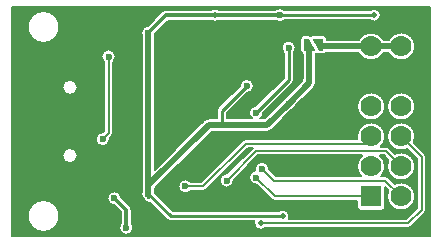
<source format=gbl>
G04 Layer: BottomLayer*
G04 EasyEDA Pro v2.1.49.573a4102.674264, 2024-02-29 22:23:28*
G04 Gerber Generator version 0.3*
G04 Scale: 100 percent, Rotated: No, Reflected: No*
G04 Dimensions in millimeters*
G04 Leading zeros omitted, absolute positions, 3 integers and 5 decimals*
%FSLAX35Y35*%
%MOMM*%
%AMPolygonMacro1*4,1,4,-0.46562,0.5,0.46562,0.5,0.46562,-0.5,0.10839,-0.5,-0.46562,0.5,0*%
%AMPolygonMacro2*4,1,4,0.46562,-0.5,-0.46562,-0.5,-0.46562,0.5,-0.10839,0.5,0.46562,-0.5,0*%
%ADD8191C,0.2032*%
%ADD10O,1.8X1.2*%
%ADD11O,2.0X1.2*%
%ADD12R,1.778X1.778*%
%ADD13C,1.778*%
%ADD14PolygonMacro1*%
%ADD15C,0.5294*%
%ADD16PolygonMacro2*%
%ADD17C,0.6*%
%ADD18C,0.5*%
%ADD19C,0.3*%
%ADD20C,0.15001*%
%ADD21C,0.25*%
G75*


G04 Copper Start*
G36*
G01X1969586Y969578D02*
G01X1969586Y-969586D01*
G01X-1569583D01*
G01Y968689D01*
G01X1969586Y969578D01*
G37*
%LPC*%
G36*
G01X482090Y-862507D02*
G03X537504Y-917921I55414J0D01*
G03X577917Y-900422I0J55414D01*
G01X1787493D01*
G03X1814303Y-889317I0J37915D01*
G01X1926810Y-776810D01*
G03X1937915Y-750000I-26810J26810D01*
G01Y-300003D01*
G03X1926810Y-273194I-37915J0D01*
G01X1833801Y-180185D01*
G03X1846311Y-127000I-106804J53185D01*
G03X1726997Y-7686I-119314J0D01*
G03X1607683Y-127000I0J-119314D01*
G03X1726997Y-246314I119314J0D01*
G03X1780182Y-233804I0J119314D01*
G01X1862085Y-315708D01*
G01Y-734295D01*
G01X1771788Y-824592D01*
G01X774667D01*
G03X780420Y-800007I-49661J24586D01*
G03X725006Y-744593I-55414J0D01*
G03X689947Y-757093I0J-55414D01*
G01X-207228D01*
G01X-352090Y-612231D01*
G03X-357089Y-588440I-60413J-274D01*
G01Y-564431D01*
G01X121928Y-85414D01*
G01X210000D01*
G01X594897D01*
G03X634081Y-69183I0J55414D01*
G01X796998Y93734D01*
G03X831199Y127833I-22000J56266D01*
G01X989191Y285825D01*
G03X1005422Y325009I-39184J39184D01*
G01Y325956D01*
G03X1010412Y349999I-55424J24043D01*
G03X1005422Y374042I-60414J0D01*
G01Y570408D01*
G03X1016209Y575335I-7000J29597D01*
G03X1033996Y569591I17787J24670D01*
G01X1069719D01*
G03X1092259Y579586I0J30414D01*
G01X1367332D01*
G03X1472997Y515686I105665J55414D01*
G03X1578662Y579586I0J119314D01*
G01X1621332D01*
G03X1726997Y515686I105665J55414D01*
G03X1846311Y635000I0J119314D01*
G03X1726997Y754314I-119314J0D01*
G03X1621332Y690414I0J-119314D01*
G01X1578662D01*
G03X1472997Y754314I-105665J-55414D01*
G03X1367332Y690414I0J-119314D01*
G01X1100133D01*
G01Y700005D01*
G03X1069719Y730419I-30414J0D01*
G01X976595D01*
G03X958807Y724675I0J-30414D01*
G03X941020Y730419I-17787J-24670D01*
G01X905297D01*
G03X874883Y700005I0J-30414D01*
G01Y600005D01*
G03X894594Y571537I30414J0D01*
G01Y374087D01*
G03X889584Y349999I55404J-24087D01*
G03X889954Y343323I60414J0D01*
G01X752832Y206200D01*
G03X718865Y172335I22167J-56200D01*
G01X571944Y25414D01*
G01X534511D01*
G03X560412Y74724I-34512J49586D01*
G01X805343Y319655D01*
G03X817912Y349999I-30345J30345D01*
G01Y582475D01*
G03X835412Y624999I-42914J42523D01*
G03X774998Y685413I-60414J0D01*
G03X714585Y624999I0J-60414D01*
G03X732085Y582475I60414J0D01*
G01Y367775D01*
G01X499723Y135413D01*
G03X439585Y75000I276J-60413D01*
G03X465487Y25414I60414J0D01*
G01X252914D01*
G01Y72225D01*
G01X420276Y239587D01*
G03X480414Y300000I-276J60413D01*
G03X420000Y360414I-60414J0D01*
G03X359587Y300276I0J-60414D01*
G01X179655Y120345D01*
G03X167086Y90000I30345J-30345D01*
G01Y25414D01*
G01X98975D01*
G03X59791Y9184I0J-55414D01*
G01X-357140Y-407748D01*
G01Y725824D01*
G03X-352217Y746090I-55363J24182D01*
G01X-243719Y854588D01*
G01X118244D01*
G03X150000Y844586I31756J45412D01*
G03X181756Y854588I0J55414D01*
G01X660156D01*
G03X700000Y839586I39844J45412D01*
G03X742523Y857086I0J60414D01*
G01X1464942D01*
G03X1500000Y844586I35058J42914D01*
G03X1555414Y900000I0J55414D01*
G03X1500000Y955414I-55414J0D01*
G03X1464942Y942914I0J-55414D01*
G01X742523D01*
G03X700000Y960414I-42523J-42914D01*
G03X660160Y945416I0J-60414D01*
G01X181751D01*
G03X150000Y955414I-31751J-45416D01*
G03X118249Y945416I0J-55414D01*
G01X-262530D01*
G03X-294642Y932114I0J-45414D01*
G01X-416467Y810290D01*
G03X-472917Y750006I3963J-60284D01*
G03X-467968Y726058I60414J0D01*
G01Y-588557D01*
G03X-472917Y-612505I55465J-23948D01*
G03X-447693Y-661613I60414J0D01*
G03X-439314Y-674305I35188J14118D01*
G01X-436809Y-676809D01*
G03X-410000Y-687914I26810J26810D01*
G03X-399321Y-686379I0J37915D01*
G01X-255349Y-830351D01*
G03X-225004Y-842920I30345J30345D01*
G01X485667D01*
G03X482090Y-862507I51837J-19587D01*
G37*
G36*
G01X1726997Y-754314D02*
G03X1846311Y-635000I0J119314D01*
G03X1726997Y-515686I-119314J0D01*
G03X1673812Y-528196I0J-119314D01*
G01X1618806Y-473190D01*
G03X1591997Y-462085I-26810J-26810D01*
G01X1560524D01*
G03X1592311Y-381000I-87527J81085D01*
G03X1547635Y-287915I-119314J0D01*
G01X1580292D01*
G01X1620192Y-327815D01*
G03X1607683Y-381000I106804J-53185D01*
G03X1726997Y-500314I119314J0D01*
G03X1846311Y-381000I0J119314D01*
G03X1726997Y-261686I-119314J0D01*
G03X1673812Y-274196I0J-119314D01*
G01X1622806Y-223190D01*
G03X1595997Y-212085I-26810J-26810D01*
G01X1556641D01*
G03X1592311Y-127000I-83644J85085D01*
G03X1472997Y-7686I-119314J0D01*
G03X1353683Y-127000I0J-119314D01*
G03X1355840Y-149587I119314J0D01*
G01X412499D01*
G03X385689Y-160692I0J-37915D01*
G01X34296Y-512084D01*
G01X-52964D01*
G03X-100000Y-489585I-47035J-37915D01*
G03X-160414Y-549999I0J-60414D01*
G03X-100000Y-610413I60414J0D01*
G03X-52964Y-587913I0J60414D01*
G01X50001D01*
G03X76811Y-576809I0J37915D01*
G01X428203Y-225416D01*
G01X470965D01*
G01X256449Y-439931D01*
G03X250000Y-439586I-6449J-60069D01*
G03X189586Y-500000I0J-60414D01*
G03X250000Y-560414I60414J0D01*
G03X310414Y-500000I0J60414D01*
G03X310069Y-493551I-60414J0D01*
G01X515705Y-287915D01*
G01X1398358D01*
G03X1353683Y-381000I74639J-93085D01*
G03X1385470Y-462085I119314J0D01*
G01X665705D01*
G01X610069Y-406449D01*
G03X610414Y-400000I-60069J6449D01*
G03X550000Y-339586I-60414J0D01*
G03X489586Y-400000I0J-60414D01*
G03X491525Y-415182I60414J0D01*
G03X439585Y-474999I8474J-59817D01*
G03X499999Y-535413I60414J0D01*
G03X506448Y-535068I0J60414D01*
G01X633190Y-661810D01*
G03X660000Y-672915I26810J26810D01*
G01X1353683D01*
G01Y-723900D01*
G03X1384097Y-754314I30414J0D01*
G01X1561897D01*
G03X1592311Y-723900I0J30414D01*
G01Y-553933D01*
G01X1620192Y-581815D01*
G03X1607683Y-635000I106804J-53185D01*
G03X1726997Y-754314I119314J0D01*
G37*
G36*
G01X-799998Y-210426D02*
G03X-739584Y-150012I0J60414D01*
G03X-739930Y-143552I-60414J0D01*
G01X-723203Y-126824D01*
G03X-712098Y-100015I-26810J26810D01*
G01Y502954D01*
G03X-689586Y550000I-37902J47046D01*
G03X-750000Y610414I-60414J0D01*
G03X-810414Y550000I0J-60414D01*
G03X-787927Y502975I60414J0D01*
G01Y-84310D01*
G01X-793560Y-89942D01*
G03X-799998Y-89598I-6438J-60070D01*
G03X-860412Y-150012I0J-60414D01*
G03X-799998Y-210426I60414J0D01*
G37*
G36*
G01X-600000Y-960414D02*
G03X-539586Y-900000I0J60414D01*
G03X-554586Y-860158I-60414J0D01*
G01Y-750011D01*
G03X-567888Y-717899I-45414J0D01*
G01X-639714Y-646072D01*
G03X-700000Y-589586I-60286J-3928D01*
G03X-760414Y-650000I0J-60414D01*
G03X-703952Y-710284I60414J0D01*
G01X-645414Y-768822D01*
G01Y-860158D01*
G03X-660414Y-900000I45414J-39842D01*
G03X-600000Y-960414I60414J0D01*
G37*
G36*
G01X-1435426Y-800007D02*
G03X-1300011Y-935422I135415J0D01*
G03X-1164596Y-800007I0J135415D01*
G03X-1300011Y-664592I-135415J0D01*
G03X-1435426Y-800007I0J-135415D01*
G37*
G36*
G01X-1435412Y799997D02*
G03X-1299997Y664582I135415J0D01*
G03X-1164582Y799997I0J135415D01*
G03X-1299997Y935412I-135415J0D01*
G03X-1435412Y799997I0J-135415D01*
G37*
G36*
G01X1726997Y7686D02*
G03X1846311Y127000I0J119314D01*
G03X1726997Y246314I-119314J0D01*
G03X1607683Y127000I0J-119314D01*
G03X1726997Y7686I119314J0D01*
G37*
G36*
G01X1353683Y127000D02*
G03X1472997Y7686I119314J0D01*
G03X1592311Y127000I0J119314D01*
G03X1472997Y246314I-119314J0D01*
G03X1353683Y127000I0J-119314D01*
G37*
G36*
G01X-1141917Y289001D02*
G03X-1076502Y223586I65415J0D01*
G03X-1011087Y289001I0J65415D01*
G03X-1076502Y354416I-65415J0D01*
G03X-1141917Y289001I0J-65415D01*
G37*
G36*
G01X-1076502Y-354416D02*
G03X-1011087Y-289001I0J65415D01*
G03X-1076502Y-223586I-65415J0D01*
G03X-1141917Y-289001I0J-65415D01*
G03X-1076502Y-354416I65415J0D01*
G37*
%LPD*%
G54D8191*
G01X1969586Y969578D02*
G01X1969586Y-969586D01*
G01X-1569583D01*
G01Y968689D01*
G01X1969586Y969578D01*
G01X482090Y-862507D02*
G03X537504Y-917921I55414J0D01*
G03X577917Y-900422I0J55414D01*
G01X1787493D01*
G03X1814303Y-889317I0J37915D01*
G01X1926810Y-776810D01*
G03X1937915Y-750000I-26810J26810D01*
G01Y-300003D01*
G03X1926810Y-273194I-37915J0D01*
G01X1833801Y-180185D01*
G03X1846311Y-127000I-106804J53185D01*
G03X1726997Y-7686I-119314J0D01*
G03X1607683Y-127000I0J-119314D01*
G03X1726997Y-246314I119314J0D01*
G03X1780182Y-233804I0J119314D01*
G01X1862085Y-315708D01*
G01Y-734295D01*
G01X1771788Y-824592D01*
G01X774667D01*
G03X780420Y-800007I-49661J24586D01*
G03X725006Y-744593I-55414J0D01*
G03X689947Y-757093I0J-55414D01*
G01X-207228D01*
G01X-352090Y-612231D01*
G03X-357089Y-588440I-60413J-274D01*
G01Y-564431D01*
G01X121928Y-85414D01*
G01X210000D01*
G01X594897D01*
G03X634081Y-69183I0J55414D01*
G01X796998Y93734D01*
G03X831199Y127833I-22000J56266D01*
G01X989191Y285825D01*
G03X1005422Y325009I-39184J39184D01*
G01Y325956D01*
G03X1010412Y349999I-55424J24043D01*
G03X1005422Y374042I-60414J0D01*
G01Y570408D01*
G03X1016209Y575335I-7000J29597D01*
G03X1033996Y569591I17787J24670D01*
G01X1069719D01*
G03X1092259Y579586I0J30414D01*
G01X1367332D01*
G03X1472997Y515686I105665J55414D01*
G03X1578662Y579586I0J119314D01*
G01X1621332D01*
G03X1726997Y515686I105665J55414D01*
G03X1846311Y635000I0J119314D01*
G03X1726997Y754314I-119314J0D01*
G03X1621332Y690414I0J-119314D01*
G01X1578662D01*
G03X1472997Y754314I-105665J-55414D01*
G03X1367332Y690414I0J-119314D01*
G01X1100133D01*
G01Y700005D01*
G03X1069719Y730419I-30414J0D01*
G01X976595D01*
G03X958807Y724675I0J-30414D01*
G03X941020Y730419I-17787J-24670D01*
G01X905297D01*
G03X874883Y700005I0J-30414D01*
G01Y600005D01*
G03X894594Y571537I30414J0D01*
G01Y374087D01*
G03X889584Y349999I55404J-24087D01*
G03X889954Y343323I60414J0D01*
G01X752832Y206200D01*
G03X718865Y172335I22167J-56200D01*
G01X571944Y25414D01*
G01X534511D01*
G03X560412Y74724I-34512J49586D01*
G01X805343Y319655D01*
G03X817912Y349999I-30345J30345D01*
G01Y582475D01*
G03X835412Y624999I-42914J42523D01*
G03X774998Y685413I-60414J0D01*
G03X714585Y624999I0J-60414D01*
G03X732085Y582475I60414J0D01*
G01Y367775D01*
G01X499723Y135413D01*
G03X439585Y75000I276J-60413D01*
G03X465487Y25414I60414J0D01*
G01X252914D01*
G01Y72225D01*
G01X420276Y239587D01*
G03X480414Y300000I-276J60413D01*
G03X420000Y360414I-60414J0D01*
G03X359587Y300276I0J-60414D01*
G01X179655Y120345D01*
G03X167086Y90000I30345J-30345D01*
G01Y25414D01*
G01X98975D01*
G03X59791Y9184I0J-55414D01*
G01X-357140Y-407748D01*
G01Y725824D01*
G03X-352217Y746090I-55363J24182D01*
G01X-243719Y854588D01*
G01X118244D01*
G03X150000Y844586I31756J45412D01*
G03X181756Y854588I0J55414D01*
G01X660156D01*
G03X700000Y839586I39844J45412D01*
G03X742523Y857086I0J60414D01*
G01X1464942D01*
G03X1500000Y844586I35058J42914D01*
G03X1555414Y900000I0J55414D01*
G03X1500000Y955414I-55414J0D01*
G03X1464942Y942914I0J-55414D01*
G01X742523D01*
G03X700000Y960414I-42523J-42914D01*
G03X660160Y945416I0J-60414D01*
G01X181751D01*
G03X150000Y955414I-31751J-45416D01*
G03X118249Y945416I0J-55414D01*
G01X-262530D01*
G03X-294642Y932114I0J-45414D01*
G01X-416467Y810290D01*
G03X-472917Y750006I3963J-60284D01*
G03X-467968Y726058I60414J0D01*
G01Y-588557D01*
G03X-472917Y-612505I55465J-23948D01*
G03X-447693Y-661613I60414J0D01*
G03X-439314Y-674305I35188J14118D01*
G01X-436809Y-676809D01*
G03X-410000Y-687914I26810J26810D01*
G03X-399321Y-686379I0J37915D01*
G01X-255349Y-830351D01*
G03X-225004Y-842920I30345J30345D01*
G01X485667D01*
G03X482090Y-862507I51837J-19587D01*
G01X1726997Y-754314D02*
G03X1846311Y-635000I0J119314D01*
G03X1726997Y-515686I-119314J0D01*
G03X1673812Y-528196I0J-119314D01*
G01X1618806Y-473190D01*
G03X1591997Y-462085I-26810J-26810D01*
G01X1560524D01*
G03X1592311Y-381000I-87527J81085D01*
G03X1547635Y-287915I-119314J0D01*
G01X1580292D01*
G01X1620192Y-327815D01*
G03X1607683Y-381000I106804J-53185D01*
G03X1726997Y-500314I119314J0D01*
G03X1846311Y-381000I0J119314D01*
G03X1726997Y-261686I-119314J0D01*
G03X1673812Y-274196I0J-119314D01*
G01X1622806Y-223190D01*
G03X1595997Y-212085I-26810J-26810D01*
G01X1556641D01*
G03X1592311Y-127000I-83644J85085D01*
G03X1472997Y-7686I-119314J0D01*
G03X1353683Y-127000I0J-119314D01*
G03X1355840Y-149587I119314J0D01*
G01X412499D01*
G03X385689Y-160692I0J-37915D01*
G01X34296Y-512084D01*
G01X-52964D01*
G03X-100000Y-489585I-47035J-37915D01*
G03X-160414Y-549999I0J-60414D01*
G03X-100000Y-610413I60414J0D01*
G03X-52964Y-587913I0J60414D01*
G01X50001D01*
G03X76811Y-576809I0J37915D01*
G01X428203Y-225416D01*
G01X470965D01*
G01X256449Y-439931D01*
G03X250000Y-439586I-6449J-60069D01*
G03X189586Y-500000I0J-60414D01*
G03X250000Y-560414I60414J0D01*
G03X310414Y-500000I0J60414D01*
G03X310069Y-493551I-60414J0D01*
G01X515705Y-287915D01*
G01X1398358D01*
G03X1353683Y-381000I74639J-93085D01*
G03X1385470Y-462085I119314J0D01*
G01X665705D01*
G01X610069Y-406449D01*
G03X610414Y-400000I-60069J6449D01*
G03X550000Y-339586I-60414J0D01*
G03X489586Y-400000I0J-60414D01*
G03X491525Y-415182I60414J0D01*
G03X439585Y-474999I8474J-59817D01*
G03X499999Y-535413I60414J0D01*
G03X506448Y-535068I0J60414D01*
G01X633190Y-661810D01*
G03X660000Y-672915I26810J26810D01*
G01X1353683D01*
G01Y-723900D01*
G03X1384097Y-754314I30414J0D01*
G01X1561897D01*
G03X1592311Y-723900I0J30414D01*
G01Y-553933D01*
G01X1620192Y-581815D01*
G03X1607683Y-635000I106804J-53185D01*
G03X1726997Y-754314I119314J0D01*
G01X-799998Y-210426D02*
G03X-739584Y-150012I0J60414D01*
G03X-739930Y-143552I-60414J0D01*
G01X-723203Y-126824D01*
G03X-712098Y-100015I-26810J26810D01*
G01Y502954D01*
G03X-689586Y550000I-37902J47046D01*
G03X-750000Y610414I-60414J0D01*
G03X-810414Y550000I0J-60414D01*
G03X-787927Y502975I60414J0D01*
G01Y-84310D01*
G01X-793560Y-89942D01*
G03X-799998Y-89598I-6438J-60070D01*
G03X-860412Y-150012I0J-60414D01*
G03X-799998Y-210426I60414J0D01*
G01X-600000Y-960414D02*
G03X-539586Y-900000I0J60414D01*
G03X-554586Y-860158I-60414J0D01*
G01Y-750011D01*
G03X-567888Y-717899I-45414J0D01*
G01X-639714Y-646072D01*
G03X-700000Y-589586I-60286J-3928D01*
G03X-760414Y-650000I0J-60414D01*
G03X-703952Y-710284I60414J0D01*
G01X-645414Y-768822D01*
G01Y-860158D01*
G03X-660414Y-900000I45414J-39842D01*
G03X-600000Y-960414I60414J0D01*
G01X-1435426Y-800007D02*
G03X-1300011Y-935422I135415J0D01*
G03X-1164596Y-800007I0J135415D01*
G03X-1300011Y-664592I-135415J0D01*
G03X-1435426Y-800007I0J-135415D01*
G01X-1435412Y799997D02*
G03X-1299997Y664582I135415J0D01*
G03X-1164582Y799997I0J135415D01*
G03X-1299997Y935412I-135415J0D01*
G03X-1435412Y799997I0J-135415D01*
G01X1726997Y7686D02*
G03X1846311Y127000I0J119314D01*
G03X1726997Y246314I-119314J0D01*
G03X1607683Y127000I0J-119314D01*
G03X1726997Y7686I119314J0D01*
G01X1353683Y127000D02*
G03X1472997Y7686I119314J0D01*
G03X1592311Y127000I0J119314D01*
G03X1472997Y246314I-119314J0D01*
G03X1353683Y127000I0J-119314D01*
G01X-1141917Y289001D02*
G03X-1076502Y223586I65415J0D01*
G03X-1011087Y289001I0J65415D01*
G03X-1076502Y354416I-65415J0D01*
G03X-1141917Y289001I0J-65415D01*
G01X-1076502Y-354416D02*
G03X-1011087Y-289001I0J65415D01*
G03X-1076502Y-223586I-65415J0D01*
G03X-1141917Y-289001I0J-65415D01*
G03X-1076502Y-354416I65415J0D01*
G04 Copper End*

G04 Pad Start*
G54D10*
G01X-1441500Y432003D03*
G01X-1441500Y-432003D03*
G54D11*
G01X-1023492Y-432003D03*
G01X-1023492Y432003D03*
G54D12*
G01X1472997Y-635000D03*
G54D13*
G01X1472997Y-381000D03*
G01X1472997Y-127000D03*
G01X1472997Y127000D03*
G01X1472997Y381000D03*
G01X1472997Y635000D03*
G01X1726997Y-635000D03*
G01X1726997Y-381000D03*
G01X1726997Y-127000D03*
G01X1726997Y127000D03*
G01X1726997Y381000D03*
G01X1726997Y635000D03*
G54D14*
G01X1023157Y650005D03*
G54D16*
G01X951859Y650005D03*
G04 Pad End*

G04 Via Start*
G54D17*
G01X-600000Y-900000D03*
G01X-700000Y-650000D03*
G01X-412503Y-612505D03*
G01X499999Y-474999D03*
G01X550000Y-400000D03*
G01X774998Y150000D03*
G01X700000Y900000D03*
G01X-412503Y750006D03*
G01X250000Y-500000D03*
G01X-100000Y-549999D03*
G01X-799998Y-150012D03*
G01X-750000Y550000D03*
G01X774998Y624999D03*
G01X499999Y75000D03*
G54D18*
G01X537504Y-862507D03*
G01X210000Y-30000D03*
G54D17*
G01X-550000Y650000D03*
G01X270000Y-240000D03*
G01X25000Y-925008D03*
G01X-574999Y374999D03*
G01X30000Y0D03*
G01X1500000Y800000D03*
G01X612505Y612505D03*
G01X420000Y300000D03*
G54D18*
G01X725006Y-800007D03*
G54D17*
G01X0Y-350000D03*
G01X-562505Y-312503D03*
G01X949998Y349999D03*
G01X-200000Y-600000D03*
G01X25000Y225000D03*
G01X50000Y-200000D03*
G01X1012508Y-737506D03*
G01X1150000Y300000D03*
G01X700000Y-100000D03*
G54D18*
G01X150000Y900000D03*
G01X1500000Y900000D03*
G04 Via End*

G04 Track Start*
G54D19*
G01X-412425Y750106D02*
G01X-262530Y900002D01*
G01X-600000Y-750011D02*
G01X-600000Y-900000D01*
G54D20*
G01X-750013Y-100015D02*
G01X-799998Y-150000D01*
G01X-750013Y550013D02*
G01X-750013Y-100015D01*
G54D18*
G01X-412554Y749977D02*
G01X-412554Y-612454D01*
G54D21*
G01X774998Y349999D02*
G01X499999Y75000D01*
G01X774998Y624999D02*
G01X774998Y349999D01*
G01X420000Y300000D02*
G01X210000Y90000D01*
G01Y-30000D01*
G54D20*
G01X1900000Y-300003D02*
G01X1726997Y-127000D01*
G01X1591997Y-500000D02*
G01X1726997Y-635000D01*
G01X-412504Y-612506D02*
G01X-412504Y-647495D01*
G54D18*
G01X774897Y150000D02*
G01X594897Y-30000D01*
G01X210000D01*
G54D21*
G01X-412504Y-612506D02*
G01X-225004Y-800007D01*
G01X725006D01*
G54D18*
G01X210000Y-30000D02*
G01X98975Y-30000D01*
G01X-412503Y-541478D02*
G01X98975Y-30000D01*
G01X-412503Y-612505D02*
G01X-412503Y-541478D01*
G54D20*
G01X499999Y-474999D02*
G01X660000Y-635000D01*
G01X1472997D01*
G01X550000Y-400000D02*
G01X650000Y-500000D01*
G01X1591997Y-500000D02*
G01X650000Y-500000D01*
G01X1726997Y-381000D02*
G01X1595997Y-250000D01*
G01X500000Y-250000D02*
G01X1595997Y-250000D01*
G01X250000Y-500000D02*
G01X500000Y-250000D01*
G01X50001Y-549999D02*
G01X-100000Y-549999D01*
G01X1472997Y-127000D02*
G01X1412495Y-187502D01*
G01X412499D01*
G01X50001Y-549999D01*
G01X1900000Y-750000D02*
G01X1900000Y-300003D01*
G54D21*
G01X700000Y900000D02*
G01X1500000Y900000D01*
G54D20*
G01X537504Y-862507D02*
G01X1787493Y-862507D01*
G01X1900000Y-750000D01*
G54D19*
G01X-700006Y-650006D02*
G01X-600000Y-750011D01*
G54D20*
G01X-412504Y-647495D02*
G01X-410000Y-650000D01*
G54D19*
G01X150000Y900002D02*
G01X699998Y900002D01*
G01X-262530Y900002D02*
G01X150000Y900002D01*
G54D18*
G01X1472997Y635000D02*
G01X1726997Y635000D01*
G01X1037508Y650005D02*
G01X1052513Y635000D01*
G01X1472997D01*
G01X937508Y631505D02*
G01X950008Y619005D01*
G01Y325009D01*
G01X774998Y150000D01*
G04 Track End*

M02*

</source>
